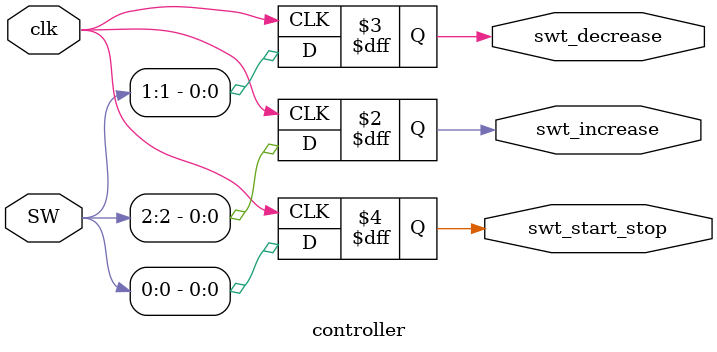
<source format=v>
module controller (
    input wire clk,
    input wire [17:0] SW,
    output reg swt_increase,
    output reg swt_decrease,
    output reg swt_start_stop
);

    always @(posedge clk) begin
        swt_increase <= SW[2];
        swt_decrease <= SW[1];
        swt_start_stop <= SW[0];
    end

endmodule

</source>
